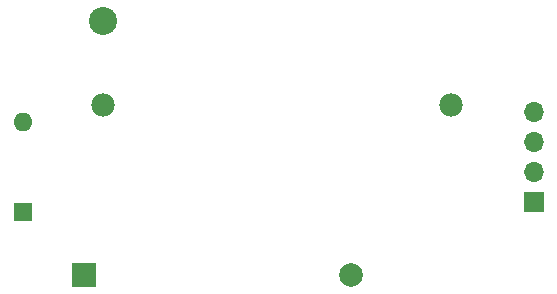
<source format=gbr>
%TF.GenerationSoftware,KiCad,Pcbnew,7.0.7*%
%TF.CreationDate,2023-11-25T00:13:17-06:00*%
%TF.ProjectId,Half AA Lithium Battery Board,48616c66-2041-4412-904c-69746869756d,rev?*%
%TF.SameCoordinates,Original*%
%TF.FileFunction,Soldermask,Top*%
%TF.FilePolarity,Negative*%
%FSLAX46Y46*%
G04 Gerber Fmt 4.6, Leading zero omitted, Abs format (unit mm)*
G04 Created by KiCad (PCBNEW 7.0.7) date 2023-11-25 00:13:17*
%MOMM*%
%LPD*%
G01*
G04 APERTURE LIST*
%ADD10R,1.600000X1.600000*%
%ADD11O,1.600000X1.600000*%
%ADD12R,1.700000X1.700000*%
%ADD13O,1.700000X1.700000*%
%ADD14R,2.006600X2.006600*%
%ADD15C,2.006600*%
%ADD16C,2.380000*%
%ADD17C,1.989000*%
G04 APERTURE END LIST*
D10*
%TO.C,D1*%
X148463000Y-93853000D03*
D11*
X148463000Y-86233000D03*
%TD*%
D12*
%TO.C,J1*%
X191770000Y-92964000D03*
D13*
X191770000Y-90424000D03*
X191770000Y-87884000D03*
X191770000Y-85344000D03*
%TD*%
D14*
%TO.C,F1*%
X153673000Y-99187000D03*
D15*
X176273000Y-99187000D03*
%TD*%
D16*
%TO.C,3.6V1*%
X155268500Y-77692000D03*
D17*
X184728500Y-84782000D03*
X155268500Y-84782000D03*
%TD*%
M02*

</source>
